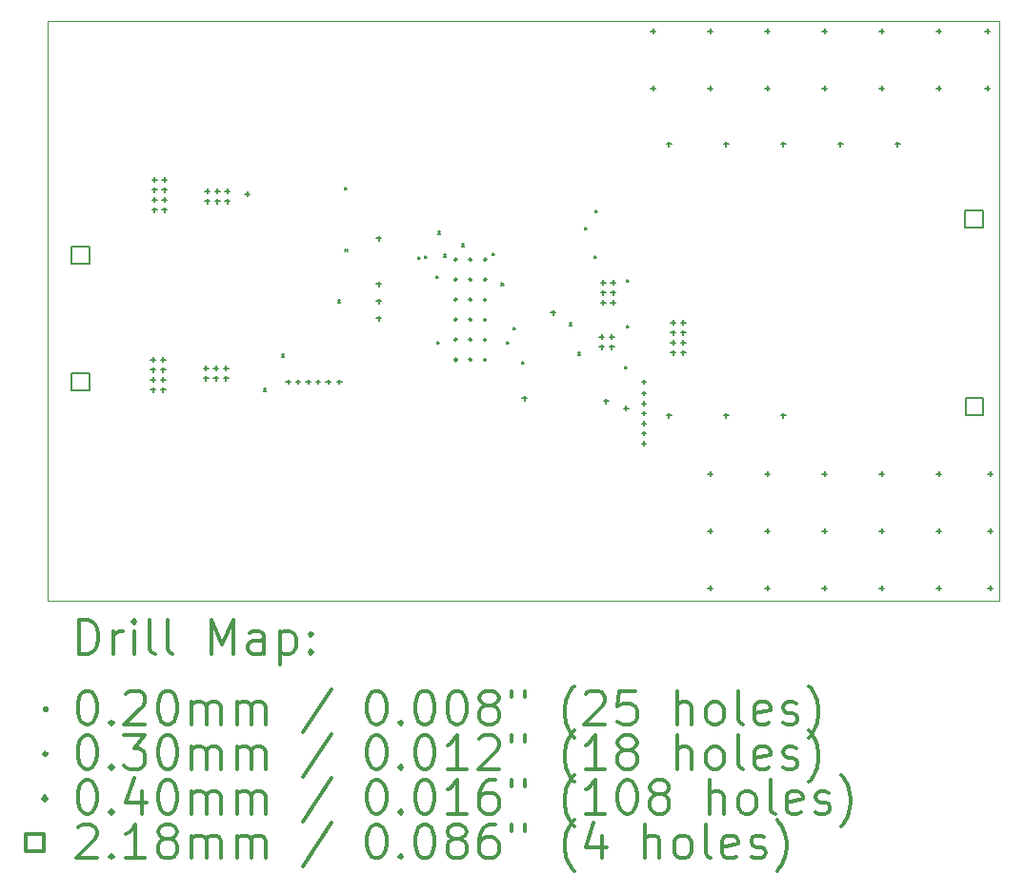
<source format=gbr>
%FSLAX45Y45*%
G04 Gerber Fmt 4.5, Leading zero omitted, Abs format (unit mm)*
G04 Created by KiCad (PCBNEW (5.1.6)-1) date 2021-10-31 23:30:28*
%MOMM*%
%LPD*%
G01*
G04 APERTURE LIST*
%TA.AperFunction,Profile*%
%ADD10C,0.050000*%
%TD*%
%ADD11C,0.200000*%
%ADD12C,0.300000*%
G04 APERTURE END LIST*
D10*
X9855200Y-12623800D02*
X9855200Y-9271000D01*
X18319750Y-12623800D02*
X9855200Y-12623800D01*
X18319750Y-7467600D02*
X18319750Y-12623800D01*
X9855200Y-7467600D02*
X18319750Y-7467600D01*
X9855200Y-9271000D02*
X9855200Y-7467600D01*
D11*
X11775600Y-10734200D02*
X11795600Y-10754200D01*
X11795600Y-10734200D02*
X11775600Y-10754200D01*
X11940700Y-10429400D02*
X11960700Y-10449400D01*
X11960700Y-10429400D02*
X11940700Y-10449400D01*
X12436000Y-9946800D02*
X12456000Y-9966800D01*
X12456000Y-9946800D02*
X12436000Y-9966800D01*
X12500100Y-8943500D02*
X12520100Y-8963500D01*
X12520100Y-8943500D02*
X12500100Y-8963500D01*
X12503400Y-9494400D02*
X12523400Y-9514400D01*
X12523400Y-9494400D02*
X12503400Y-9514400D01*
X13147770Y-9565230D02*
X13167770Y-9585230D01*
X13167770Y-9565230D02*
X13147770Y-9585230D01*
X13210700Y-9553100D02*
X13230700Y-9573100D01*
X13230700Y-9553100D02*
X13210700Y-9573100D01*
X13312300Y-9730900D02*
X13332300Y-9750900D01*
X13332300Y-9730900D02*
X13312300Y-9750900D01*
X13319400Y-10315500D02*
X13339400Y-10335500D01*
X13339400Y-10315500D02*
X13319400Y-10335500D01*
X13325000Y-9337200D02*
X13345000Y-9357200D01*
X13345000Y-9337200D02*
X13325000Y-9357200D01*
X13379756Y-9540750D02*
X13399756Y-9560750D01*
X13399756Y-9540750D02*
X13379756Y-9560750D01*
X13540900Y-9448050D02*
X13560900Y-9468050D01*
X13560900Y-9448050D02*
X13540900Y-9468050D01*
X13808526Y-9527134D02*
X13828526Y-9547134D01*
X13828526Y-9527134D02*
X13808526Y-9547134D01*
X13889400Y-9795500D02*
X13909400Y-9815500D01*
X13909400Y-9795500D02*
X13889400Y-9815500D01*
X13935750Y-10315100D02*
X13955750Y-10335100D01*
X13955750Y-10315100D02*
X13935750Y-10335100D01*
X13998985Y-10187215D02*
X14018985Y-10207215D01*
X14018985Y-10187215D02*
X13998985Y-10207215D01*
X14074300Y-10492000D02*
X14094300Y-10512000D01*
X14094300Y-10492000D02*
X14074300Y-10512000D01*
X14493400Y-10150000D02*
X14513400Y-10170000D01*
X14513400Y-10150000D02*
X14493400Y-10170000D01*
X14569600Y-10415300D02*
X14589600Y-10435300D01*
X14589600Y-10415300D02*
X14569600Y-10435300D01*
X14633100Y-9299100D02*
X14653100Y-9319100D01*
X14653100Y-9299100D02*
X14633100Y-9319100D01*
X14717700Y-9555850D02*
X14737700Y-9575850D01*
X14737700Y-9555850D02*
X14717700Y-9575850D01*
X14722000Y-9149450D02*
X14742000Y-9169450D01*
X14742000Y-9149450D02*
X14722000Y-9169450D01*
X14987300Y-10535950D02*
X15007300Y-10555950D01*
X15007300Y-10535950D02*
X14987300Y-10555950D01*
X15005700Y-9766250D02*
X15025700Y-9786250D01*
X15025700Y-9766250D02*
X15005700Y-9786250D01*
X15005700Y-10172650D02*
X15025700Y-10192650D01*
X15025700Y-10172650D02*
X15005700Y-10192650D01*
X13499400Y-9588000D02*
G75*
G03*
X13499400Y-9588000I-15000J0D01*
G01*
X13499400Y-9766000D02*
G75*
G03*
X13499400Y-9766000I-15000J0D01*
G01*
X13499400Y-9944000D02*
G75*
G03*
X13499400Y-9944000I-15000J0D01*
G01*
X13499400Y-10122000D02*
G75*
G03*
X13499400Y-10122000I-15000J0D01*
G01*
X13499400Y-10300000D02*
G75*
G03*
X13499400Y-10300000I-15000J0D01*
G01*
X13499400Y-10478000D02*
G75*
G03*
X13499400Y-10478000I-15000J0D01*
G01*
X13629400Y-9588000D02*
G75*
G03*
X13629400Y-9588000I-15000J0D01*
G01*
X13629400Y-9766000D02*
G75*
G03*
X13629400Y-9766000I-15000J0D01*
G01*
X13629400Y-9944000D02*
G75*
G03*
X13629400Y-9944000I-15000J0D01*
G01*
X13629400Y-10122000D02*
G75*
G03*
X13629400Y-10122000I-15000J0D01*
G01*
X13629400Y-10300000D02*
G75*
G03*
X13629400Y-10300000I-15000J0D01*
G01*
X13629400Y-10478000D02*
G75*
G03*
X13629400Y-10478000I-15000J0D01*
G01*
X13759400Y-9588000D02*
G75*
G03*
X13759400Y-9588000I-15000J0D01*
G01*
X13759400Y-9766000D02*
G75*
G03*
X13759400Y-9766000I-15000J0D01*
G01*
X13759400Y-9944000D02*
G75*
G03*
X13759400Y-9944000I-15000J0D01*
G01*
X13759400Y-10122000D02*
G75*
G03*
X13759400Y-10122000I-15000J0D01*
G01*
X13759400Y-10300000D02*
G75*
G03*
X13759400Y-10300000I-15000J0D01*
G01*
X13759400Y-10478000D02*
G75*
G03*
X13759400Y-10478000I-15000J0D01*
G01*
X10795000Y-10457500D02*
X10795000Y-10497500D01*
X10775000Y-10477500D02*
X10815000Y-10477500D01*
X10795000Y-10546400D02*
X10795000Y-10586400D01*
X10775000Y-10566400D02*
X10815000Y-10566400D01*
X10795000Y-10635300D02*
X10795000Y-10675300D01*
X10775000Y-10655300D02*
X10815000Y-10655300D01*
X10795000Y-10724200D02*
X10795000Y-10764200D01*
X10775000Y-10744200D02*
X10815000Y-10744200D01*
X10807700Y-8857300D02*
X10807700Y-8897300D01*
X10787700Y-8877300D02*
X10827700Y-8877300D01*
X10807700Y-8946200D02*
X10807700Y-8986200D01*
X10787700Y-8966200D02*
X10827700Y-8966200D01*
X10807700Y-9035100D02*
X10807700Y-9075100D01*
X10787700Y-9055100D02*
X10827700Y-9055100D01*
X10807700Y-9124000D02*
X10807700Y-9164000D01*
X10787700Y-9144000D02*
X10827700Y-9144000D01*
X10883900Y-10457500D02*
X10883900Y-10497500D01*
X10863900Y-10477500D02*
X10903900Y-10477500D01*
X10883900Y-10546400D02*
X10883900Y-10586400D01*
X10863900Y-10566400D02*
X10903900Y-10566400D01*
X10883900Y-10635300D02*
X10883900Y-10675300D01*
X10863900Y-10655300D02*
X10903900Y-10655300D01*
X10883900Y-10724200D02*
X10883900Y-10764200D01*
X10863900Y-10744200D02*
X10903900Y-10744200D01*
X10896600Y-8857300D02*
X10896600Y-8897300D01*
X10876600Y-8877300D02*
X10916600Y-8877300D01*
X10896600Y-8946200D02*
X10896600Y-8986200D01*
X10876600Y-8966200D02*
X10916600Y-8966200D01*
X10896600Y-9035100D02*
X10896600Y-9075100D01*
X10876600Y-9055100D02*
X10916600Y-9055100D01*
X10896600Y-9124000D02*
X10896600Y-9164000D01*
X10876600Y-9144000D02*
X10916600Y-9144000D01*
X11264900Y-10533700D02*
X11264900Y-10573700D01*
X11244900Y-10553700D02*
X11284900Y-10553700D01*
X11264900Y-10622600D02*
X11264900Y-10662600D01*
X11244900Y-10642600D02*
X11284900Y-10642600D01*
X11277600Y-8958900D02*
X11277600Y-8998900D01*
X11257600Y-8978900D02*
X11297600Y-8978900D01*
X11277600Y-9047800D02*
X11277600Y-9087800D01*
X11257600Y-9067800D02*
X11297600Y-9067800D01*
X11353800Y-10533700D02*
X11353800Y-10573700D01*
X11333800Y-10553700D02*
X11373800Y-10553700D01*
X11353800Y-10622600D02*
X11353800Y-10662600D01*
X11333800Y-10642600D02*
X11373800Y-10642600D01*
X11366500Y-8958900D02*
X11366500Y-8998900D01*
X11346500Y-8978900D02*
X11386500Y-8978900D01*
X11366500Y-9047800D02*
X11366500Y-9087800D01*
X11346500Y-9067800D02*
X11386500Y-9067800D01*
X11442700Y-10533700D02*
X11442700Y-10573700D01*
X11422700Y-10553700D02*
X11462700Y-10553700D01*
X11442700Y-10622600D02*
X11442700Y-10662600D01*
X11422700Y-10642600D02*
X11462700Y-10642600D01*
X11455400Y-8958900D02*
X11455400Y-8998900D01*
X11435400Y-8978900D02*
X11475400Y-8978900D01*
X11455400Y-9047800D02*
X11455400Y-9087800D01*
X11435400Y-9067800D02*
X11475400Y-9067800D01*
X11633200Y-8984300D02*
X11633200Y-9024300D01*
X11613200Y-9004300D02*
X11653200Y-9004300D01*
X11995750Y-10653450D02*
X11995750Y-10693450D01*
X11975750Y-10673450D02*
X12015750Y-10673450D01*
X12084950Y-10653450D02*
X12084950Y-10693450D01*
X12064950Y-10673450D02*
X12104950Y-10673450D01*
X12173850Y-10653450D02*
X12173850Y-10693450D01*
X12153850Y-10673450D02*
X12193850Y-10673450D01*
X12262750Y-10653450D02*
X12262750Y-10693450D01*
X12242750Y-10673450D02*
X12282750Y-10673450D01*
X12351650Y-10653450D02*
X12351650Y-10693450D01*
X12331650Y-10673450D02*
X12371650Y-10673450D01*
X12451750Y-10653450D02*
X12451750Y-10693450D01*
X12431750Y-10673450D02*
X12471750Y-10673450D01*
X12801600Y-9378000D02*
X12801600Y-9418000D01*
X12781600Y-9398000D02*
X12821600Y-9398000D01*
X12801600Y-9784400D02*
X12801600Y-9824400D01*
X12781600Y-9804400D02*
X12821600Y-9804400D01*
X12801600Y-9936800D02*
X12801600Y-9976800D01*
X12781600Y-9956800D02*
X12821600Y-9956800D01*
X12801600Y-10089200D02*
X12801600Y-10129200D01*
X12781600Y-10109200D02*
X12821600Y-10109200D01*
X14097000Y-10800950D02*
X14097000Y-10840950D01*
X14077000Y-10820950D02*
X14117000Y-10820950D01*
X14351000Y-10038400D02*
X14351000Y-10078400D01*
X14331000Y-10058400D02*
X14371000Y-10058400D01*
X14782800Y-10254300D02*
X14782800Y-10294300D01*
X14762800Y-10274300D02*
X14802800Y-10274300D01*
X14782800Y-10343200D02*
X14782800Y-10383200D01*
X14762800Y-10363200D02*
X14802800Y-10363200D01*
X14795500Y-9771700D02*
X14795500Y-9811700D01*
X14775500Y-9791700D02*
X14815500Y-9791700D01*
X14795500Y-9860600D02*
X14795500Y-9900600D01*
X14775500Y-9880600D02*
X14815500Y-9880600D01*
X14795500Y-9949500D02*
X14795500Y-9989500D01*
X14775500Y-9969500D02*
X14815500Y-9969500D01*
X14820900Y-10825800D02*
X14820900Y-10865800D01*
X14800900Y-10845800D02*
X14840900Y-10845800D01*
X14871700Y-10254300D02*
X14871700Y-10294300D01*
X14851700Y-10274300D02*
X14891700Y-10274300D01*
X14871700Y-10343200D02*
X14871700Y-10383200D01*
X14851700Y-10363200D02*
X14891700Y-10363200D01*
X14884400Y-9771700D02*
X14884400Y-9811700D01*
X14864400Y-9791700D02*
X14904400Y-9791700D01*
X14884400Y-9860600D02*
X14884400Y-9900600D01*
X14864400Y-9880600D02*
X14904400Y-9880600D01*
X14884400Y-9949500D02*
X14884400Y-9989500D01*
X14864400Y-9969500D02*
X14904400Y-9969500D01*
X14998700Y-10889300D02*
X14998700Y-10929300D01*
X14978700Y-10909300D02*
X15018700Y-10909300D01*
X15157301Y-10654499D02*
X15157301Y-10694499D01*
X15137301Y-10674499D02*
X15177301Y-10674499D01*
X15157301Y-10756099D02*
X15157301Y-10796099D01*
X15137301Y-10776099D02*
X15177301Y-10776099D01*
X15157301Y-10844999D02*
X15157301Y-10884999D01*
X15137301Y-10864999D02*
X15177301Y-10864999D01*
X15157301Y-10933899D02*
X15157301Y-10973899D01*
X15137301Y-10953899D02*
X15177301Y-10953899D01*
X15157301Y-11022799D02*
X15157301Y-11062799D01*
X15137301Y-11042799D02*
X15177301Y-11042799D01*
X15157301Y-11111699D02*
X15157301Y-11151699D01*
X15137301Y-11131699D02*
X15177301Y-11131699D01*
X15157301Y-11200599D02*
X15157301Y-11240599D01*
X15137301Y-11220599D02*
X15177301Y-11220599D01*
X15240000Y-7536500D02*
X15240000Y-7576500D01*
X15220000Y-7556500D02*
X15260000Y-7556500D01*
X15240000Y-8044500D02*
X15240000Y-8084500D01*
X15220000Y-8064500D02*
X15260000Y-8064500D01*
X15379700Y-8539800D02*
X15379700Y-8579800D01*
X15359700Y-8559800D02*
X15399700Y-8559800D01*
X15379700Y-10952800D02*
X15379700Y-10992800D01*
X15359700Y-10972800D02*
X15399700Y-10972800D01*
X15417800Y-10127300D02*
X15417800Y-10167300D01*
X15397800Y-10147300D02*
X15437800Y-10147300D01*
X15417800Y-10216200D02*
X15417800Y-10256200D01*
X15397800Y-10236200D02*
X15437800Y-10236200D01*
X15417800Y-10305100D02*
X15417800Y-10345100D01*
X15397800Y-10325100D02*
X15437800Y-10325100D01*
X15417800Y-10394000D02*
X15417800Y-10434000D01*
X15397800Y-10414000D02*
X15437800Y-10414000D01*
X15506700Y-10127300D02*
X15506700Y-10167300D01*
X15486700Y-10147300D02*
X15526700Y-10147300D01*
X15506700Y-10216200D02*
X15506700Y-10256200D01*
X15486700Y-10236200D02*
X15526700Y-10236200D01*
X15506700Y-10305100D02*
X15506700Y-10345100D01*
X15486700Y-10325100D02*
X15526700Y-10325100D01*
X15506700Y-10394000D02*
X15506700Y-10434000D01*
X15486700Y-10414000D02*
X15526700Y-10414000D01*
X15748000Y-7536500D02*
X15748000Y-7576500D01*
X15728000Y-7556500D02*
X15768000Y-7556500D01*
X15748000Y-8044500D02*
X15748000Y-8084500D01*
X15728000Y-8064500D02*
X15768000Y-8064500D01*
X15748000Y-11473500D02*
X15748000Y-11513500D01*
X15728000Y-11493500D02*
X15768000Y-11493500D01*
X15748000Y-11981500D02*
X15748000Y-12021500D01*
X15728000Y-12001500D02*
X15768000Y-12001500D01*
X15748000Y-12489500D02*
X15748000Y-12529500D01*
X15728000Y-12509500D02*
X15768000Y-12509500D01*
X15887700Y-8539800D02*
X15887700Y-8579800D01*
X15867700Y-8559800D02*
X15907700Y-8559800D01*
X15887700Y-10952800D02*
X15887700Y-10992800D01*
X15867700Y-10972800D02*
X15907700Y-10972800D01*
X16256000Y-7536500D02*
X16256000Y-7576500D01*
X16236000Y-7556500D02*
X16276000Y-7556500D01*
X16256000Y-8044500D02*
X16256000Y-8084500D01*
X16236000Y-8064500D02*
X16276000Y-8064500D01*
X16256000Y-11473500D02*
X16256000Y-11513500D01*
X16236000Y-11493500D02*
X16276000Y-11493500D01*
X16256000Y-11981500D02*
X16256000Y-12021500D01*
X16236000Y-12001500D02*
X16276000Y-12001500D01*
X16256000Y-12489500D02*
X16256000Y-12529500D01*
X16236000Y-12509500D02*
X16276000Y-12509500D01*
X16395700Y-8539800D02*
X16395700Y-8579800D01*
X16375700Y-8559800D02*
X16415700Y-8559800D01*
X16395700Y-10952800D02*
X16395700Y-10992800D01*
X16375700Y-10972800D02*
X16415700Y-10972800D01*
X16764000Y-7536500D02*
X16764000Y-7576500D01*
X16744000Y-7556500D02*
X16784000Y-7556500D01*
X16764000Y-8044500D02*
X16764000Y-8084500D01*
X16744000Y-8064500D02*
X16784000Y-8064500D01*
X16764000Y-11473500D02*
X16764000Y-11513500D01*
X16744000Y-11493500D02*
X16784000Y-11493500D01*
X16764000Y-11981500D02*
X16764000Y-12021500D01*
X16744000Y-12001500D02*
X16784000Y-12001500D01*
X16764000Y-12489500D02*
X16764000Y-12529500D01*
X16744000Y-12509500D02*
X16784000Y-12509500D01*
X16903700Y-8539800D02*
X16903700Y-8579800D01*
X16883700Y-8559800D02*
X16923700Y-8559800D01*
X17272000Y-7536500D02*
X17272000Y-7576500D01*
X17252000Y-7556500D02*
X17292000Y-7556500D01*
X17272000Y-8044500D02*
X17272000Y-8084500D01*
X17252000Y-8064500D02*
X17292000Y-8064500D01*
X17272000Y-11473500D02*
X17272000Y-11513500D01*
X17252000Y-11493500D02*
X17292000Y-11493500D01*
X17272000Y-11981500D02*
X17272000Y-12021500D01*
X17252000Y-12001500D02*
X17292000Y-12001500D01*
X17272000Y-12489500D02*
X17272000Y-12529500D01*
X17252000Y-12509500D02*
X17292000Y-12509500D01*
X17411700Y-8539800D02*
X17411700Y-8579800D01*
X17391700Y-8559800D02*
X17431700Y-8559800D01*
X17780000Y-7536500D02*
X17780000Y-7576500D01*
X17760000Y-7556500D02*
X17800000Y-7556500D01*
X17780000Y-8044500D02*
X17780000Y-8084500D01*
X17760000Y-8064500D02*
X17800000Y-8064500D01*
X17780000Y-11473500D02*
X17780000Y-11513500D01*
X17760000Y-11493500D02*
X17800000Y-11493500D01*
X17780000Y-11981500D02*
X17780000Y-12021500D01*
X17760000Y-12001500D02*
X17800000Y-12001500D01*
X17780000Y-12489500D02*
X17780000Y-12529500D01*
X17760000Y-12509500D02*
X17800000Y-12509500D01*
X18211800Y-7536500D02*
X18211800Y-7576500D01*
X18191800Y-7556500D02*
X18231800Y-7556500D01*
X18211800Y-8044500D02*
X18211800Y-8084500D01*
X18191800Y-8064500D02*
X18231800Y-8064500D01*
X18237200Y-11473500D02*
X18237200Y-11513500D01*
X18217200Y-11493500D02*
X18257200Y-11493500D01*
X18237200Y-11981500D02*
X18237200Y-12021500D01*
X18217200Y-12001500D02*
X18257200Y-12001500D01*
X18237200Y-12489500D02*
X18237200Y-12529500D01*
X18217200Y-12509500D02*
X18257200Y-12509500D01*
X18174731Y-10973831D02*
X18174731Y-10819369D01*
X18020269Y-10819369D01*
X18020269Y-10973831D01*
X18174731Y-10973831D01*
X18168381Y-9303781D02*
X18168381Y-9149319D01*
X18013919Y-9149319D01*
X18013919Y-9303781D01*
X18168381Y-9303781D01*
X10227071Y-10750631D02*
X10227071Y-10596169D01*
X10072609Y-10596169D01*
X10072609Y-10750631D01*
X10227071Y-10750631D01*
X10227071Y-9627631D02*
X10227071Y-9473169D01*
X10072609Y-9473169D01*
X10072609Y-9627631D01*
X10227071Y-9627631D01*
D12*
X10139128Y-13092014D02*
X10139128Y-12792014D01*
X10210557Y-12792014D01*
X10253414Y-12806300D01*
X10281986Y-12834871D01*
X10296271Y-12863443D01*
X10310557Y-12920586D01*
X10310557Y-12963443D01*
X10296271Y-13020586D01*
X10281986Y-13049157D01*
X10253414Y-13077729D01*
X10210557Y-13092014D01*
X10139128Y-13092014D01*
X10439128Y-13092014D02*
X10439128Y-12892014D01*
X10439128Y-12949157D02*
X10453414Y-12920586D01*
X10467700Y-12906300D01*
X10496271Y-12892014D01*
X10524843Y-12892014D01*
X10624843Y-13092014D02*
X10624843Y-12892014D01*
X10624843Y-12792014D02*
X10610557Y-12806300D01*
X10624843Y-12820586D01*
X10639128Y-12806300D01*
X10624843Y-12792014D01*
X10624843Y-12820586D01*
X10810557Y-13092014D02*
X10781986Y-13077729D01*
X10767700Y-13049157D01*
X10767700Y-12792014D01*
X10967700Y-13092014D02*
X10939128Y-13077729D01*
X10924843Y-13049157D01*
X10924843Y-12792014D01*
X11310557Y-13092014D02*
X11310557Y-12792014D01*
X11410557Y-13006300D01*
X11510557Y-12792014D01*
X11510557Y-13092014D01*
X11781986Y-13092014D02*
X11781986Y-12934871D01*
X11767700Y-12906300D01*
X11739128Y-12892014D01*
X11681986Y-12892014D01*
X11653414Y-12906300D01*
X11781986Y-13077729D02*
X11753414Y-13092014D01*
X11681986Y-13092014D01*
X11653414Y-13077729D01*
X11639128Y-13049157D01*
X11639128Y-13020586D01*
X11653414Y-12992014D01*
X11681986Y-12977729D01*
X11753414Y-12977729D01*
X11781986Y-12963443D01*
X11924843Y-12892014D02*
X11924843Y-13192014D01*
X11924843Y-12906300D02*
X11953414Y-12892014D01*
X12010557Y-12892014D01*
X12039128Y-12906300D01*
X12053414Y-12920586D01*
X12067700Y-12949157D01*
X12067700Y-13034871D01*
X12053414Y-13063443D01*
X12039128Y-13077729D01*
X12010557Y-13092014D01*
X11953414Y-13092014D01*
X11924843Y-13077729D01*
X12196271Y-13063443D02*
X12210557Y-13077729D01*
X12196271Y-13092014D01*
X12181986Y-13077729D01*
X12196271Y-13063443D01*
X12196271Y-13092014D01*
X12196271Y-12906300D02*
X12210557Y-12920586D01*
X12196271Y-12934871D01*
X12181986Y-12920586D01*
X12196271Y-12906300D01*
X12196271Y-12934871D01*
X9832700Y-13576300D02*
X9852700Y-13596300D01*
X9852700Y-13576300D02*
X9832700Y-13596300D01*
X10196271Y-13422014D02*
X10224843Y-13422014D01*
X10253414Y-13436300D01*
X10267700Y-13450586D01*
X10281986Y-13479157D01*
X10296271Y-13536300D01*
X10296271Y-13607729D01*
X10281986Y-13664871D01*
X10267700Y-13693443D01*
X10253414Y-13707729D01*
X10224843Y-13722014D01*
X10196271Y-13722014D01*
X10167700Y-13707729D01*
X10153414Y-13693443D01*
X10139128Y-13664871D01*
X10124843Y-13607729D01*
X10124843Y-13536300D01*
X10139128Y-13479157D01*
X10153414Y-13450586D01*
X10167700Y-13436300D01*
X10196271Y-13422014D01*
X10424843Y-13693443D02*
X10439128Y-13707729D01*
X10424843Y-13722014D01*
X10410557Y-13707729D01*
X10424843Y-13693443D01*
X10424843Y-13722014D01*
X10553414Y-13450586D02*
X10567700Y-13436300D01*
X10596271Y-13422014D01*
X10667700Y-13422014D01*
X10696271Y-13436300D01*
X10710557Y-13450586D01*
X10724843Y-13479157D01*
X10724843Y-13507729D01*
X10710557Y-13550586D01*
X10539128Y-13722014D01*
X10724843Y-13722014D01*
X10910557Y-13422014D02*
X10939128Y-13422014D01*
X10967700Y-13436300D01*
X10981986Y-13450586D01*
X10996271Y-13479157D01*
X11010557Y-13536300D01*
X11010557Y-13607729D01*
X10996271Y-13664871D01*
X10981986Y-13693443D01*
X10967700Y-13707729D01*
X10939128Y-13722014D01*
X10910557Y-13722014D01*
X10881986Y-13707729D01*
X10867700Y-13693443D01*
X10853414Y-13664871D01*
X10839128Y-13607729D01*
X10839128Y-13536300D01*
X10853414Y-13479157D01*
X10867700Y-13450586D01*
X10881986Y-13436300D01*
X10910557Y-13422014D01*
X11139128Y-13722014D02*
X11139128Y-13522014D01*
X11139128Y-13550586D02*
X11153414Y-13536300D01*
X11181986Y-13522014D01*
X11224843Y-13522014D01*
X11253414Y-13536300D01*
X11267700Y-13564871D01*
X11267700Y-13722014D01*
X11267700Y-13564871D02*
X11281986Y-13536300D01*
X11310557Y-13522014D01*
X11353414Y-13522014D01*
X11381986Y-13536300D01*
X11396271Y-13564871D01*
X11396271Y-13722014D01*
X11539128Y-13722014D02*
X11539128Y-13522014D01*
X11539128Y-13550586D02*
X11553414Y-13536300D01*
X11581986Y-13522014D01*
X11624843Y-13522014D01*
X11653414Y-13536300D01*
X11667700Y-13564871D01*
X11667700Y-13722014D01*
X11667700Y-13564871D02*
X11681986Y-13536300D01*
X11710557Y-13522014D01*
X11753414Y-13522014D01*
X11781986Y-13536300D01*
X11796271Y-13564871D01*
X11796271Y-13722014D01*
X12381986Y-13407729D02*
X12124843Y-13793443D01*
X12767700Y-13422014D02*
X12796271Y-13422014D01*
X12824843Y-13436300D01*
X12839128Y-13450586D01*
X12853414Y-13479157D01*
X12867700Y-13536300D01*
X12867700Y-13607729D01*
X12853414Y-13664871D01*
X12839128Y-13693443D01*
X12824843Y-13707729D01*
X12796271Y-13722014D01*
X12767700Y-13722014D01*
X12739128Y-13707729D01*
X12724843Y-13693443D01*
X12710557Y-13664871D01*
X12696271Y-13607729D01*
X12696271Y-13536300D01*
X12710557Y-13479157D01*
X12724843Y-13450586D01*
X12739128Y-13436300D01*
X12767700Y-13422014D01*
X12996271Y-13693443D02*
X13010557Y-13707729D01*
X12996271Y-13722014D01*
X12981986Y-13707729D01*
X12996271Y-13693443D01*
X12996271Y-13722014D01*
X13196271Y-13422014D02*
X13224843Y-13422014D01*
X13253414Y-13436300D01*
X13267700Y-13450586D01*
X13281986Y-13479157D01*
X13296271Y-13536300D01*
X13296271Y-13607729D01*
X13281986Y-13664871D01*
X13267700Y-13693443D01*
X13253414Y-13707729D01*
X13224843Y-13722014D01*
X13196271Y-13722014D01*
X13167700Y-13707729D01*
X13153414Y-13693443D01*
X13139128Y-13664871D01*
X13124843Y-13607729D01*
X13124843Y-13536300D01*
X13139128Y-13479157D01*
X13153414Y-13450586D01*
X13167700Y-13436300D01*
X13196271Y-13422014D01*
X13481986Y-13422014D02*
X13510557Y-13422014D01*
X13539128Y-13436300D01*
X13553414Y-13450586D01*
X13567700Y-13479157D01*
X13581986Y-13536300D01*
X13581986Y-13607729D01*
X13567700Y-13664871D01*
X13553414Y-13693443D01*
X13539128Y-13707729D01*
X13510557Y-13722014D01*
X13481986Y-13722014D01*
X13453414Y-13707729D01*
X13439128Y-13693443D01*
X13424843Y-13664871D01*
X13410557Y-13607729D01*
X13410557Y-13536300D01*
X13424843Y-13479157D01*
X13439128Y-13450586D01*
X13453414Y-13436300D01*
X13481986Y-13422014D01*
X13753414Y-13550586D02*
X13724843Y-13536300D01*
X13710557Y-13522014D01*
X13696271Y-13493443D01*
X13696271Y-13479157D01*
X13710557Y-13450586D01*
X13724843Y-13436300D01*
X13753414Y-13422014D01*
X13810557Y-13422014D01*
X13839128Y-13436300D01*
X13853414Y-13450586D01*
X13867700Y-13479157D01*
X13867700Y-13493443D01*
X13853414Y-13522014D01*
X13839128Y-13536300D01*
X13810557Y-13550586D01*
X13753414Y-13550586D01*
X13724843Y-13564871D01*
X13710557Y-13579157D01*
X13696271Y-13607729D01*
X13696271Y-13664871D01*
X13710557Y-13693443D01*
X13724843Y-13707729D01*
X13753414Y-13722014D01*
X13810557Y-13722014D01*
X13839128Y-13707729D01*
X13853414Y-13693443D01*
X13867700Y-13664871D01*
X13867700Y-13607729D01*
X13853414Y-13579157D01*
X13839128Y-13564871D01*
X13810557Y-13550586D01*
X13981986Y-13422014D02*
X13981986Y-13479157D01*
X14096271Y-13422014D02*
X14096271Y-13479157D01*
X14539128Y-13836300D02*
X14524843Y-13822014D01*
X14496271Y-13779157D01*
X14481986Y-13750586D01*
X14467700Y-13707729D01*
X14453414Y-13636300D01*
X14453414Y-13579157D01*
X14467700Y-13507729D01*
X14481986Y-13464871D01*
X14496271Y-13436300D01*
X14524843Y-13393443D01*
X14539128Y-13379157D01*
X14639128Y-13450586D02*
X14653414Y-13436300D01*
X14681986Y-13422014D01*
X14753414Y-13422014D01*
X14781986Y-13436300D01*
X14796271Y-13450586D01*
X14810557Y-13479157D01*
X14810557Y-13507729D01*
X14796271Y-13550586D01*
X14624843Y-13722014D01*
X14810557Y-13722014D01*
X15081986Y-13422014D02*
X14939128Y-13422014D01*
X14924843Y-13564871D01*
X14939128Y-13550586D01*
X14967700Y-13536300D01*
X15039128Y-13536300D01*
X15067700Y-13550586D01*
X15081986Y-13564871D01*
X15096271Y-13593443D01*
X15096271Y-13664871D01*
X15081986Y-13693443D01*
X15067700Y-13707729D01*
X15039128Y-13722014D01*
X14967700Y-13722014D01*
X14939128Y-13707729D01*
X14924843Y-13693443D01*
X15453414Y-13722014D02*
X15453414Y-13422014D01*
X15581986Y-13722014D02*
X15581986Y-13564871D01*
X15567700Y-13536300D01*
X15539128Y-13522014D01*
X15496271Y-13522014D01*
X15467700Y-13536300D01*
X15453414Y-13550586D01*
X15767700Y-13722014D02*
X15739128Y-13707729D01*
X15724843Y-13693443D01*
X15710557Y-13664871D01*
X15710557Y-13579157D01*
X15724843Y-13550586D01*
X15739128Y-13536300D01*
X15767700Y-13522014D01*
X15810557Y-13522014D01*
X15839128Y-13536300D01*
X15853414Y-13550586D01*
X15867700Y-13579157D01*
X15867700Y-13664871D01*
X15853414Y-13693443D01*
X15839128Y-13707729D01*
X15810557Y-13722014D01*
X15767700Y-13722014D01*
X16039128Y-13722014D02*
X16010557Y-13707729D01*
X15996271Y-13679157D01*
X15996271Y-13422014D01*
X16267700Y-13707729D02*
X16239128Y-13722014D01*
X16181986Y-13722014D01*
X16153414Y-13707729D01*
X16139128Y-13679157D01*
X16139128Y-13564871D01*
X16153414Y-13536300D01*
X16181986Y-13522014D01*
X16239128Y-13522014D01*
X16267700Y-13536300D01*
X16281986Y-13564871D01*
X16281986Y-13593443D01*
X16139128Y-13622014D01*
X16396271Y-13707729D02*
X16424843Y-13722014D01*
X16481986Y-13722014D01*
X16510557Y-13707729D01*
X16524843Y-13679157D01*
X16524843Y-13664871D01*
X16510557Y-13636300D01*
X16481986Y-13622014D01*
X16439128Y-13622014D01*
X16410557Y-13607729D01*
X16396271Y-13579157D01*
X16396271Y-13564871D01*
X16410557Y-13536300D01*
X16439128Y-13522014D01*
X16481986Y-13522014D01*
X16510557Y-13536300D01*
X16624843Y-13836300D02*
X16639128Y-13822014D01*
X16667700Y-13779157D01*
X16681986Y-13750586D01*
X16696271Y-13707729D01*
X16710557Y-13636300D01*
X16710557Y-13579157D01*
X16696271Y-13507729D01*
X16681986Y-13464871D01*
X16667700Y-13436300D01*
X16639128Y-13393443D01*
X16624843Y-13379157D01*
X9852700Y-13982300D02*
G75*
G03*
X9852700Y-13982300I-15000J0D01*
G01*
X10196271Y-13818014D02*
X10224843Y-13818014D01*
X10253414Y-13832300D01*
X10267700Y-13846586D01*
X10281986Y-13875157D01*
X10296271Y-13932300D01*
X10296271Y-14003729D01*
X10281986Y-14060871D01*
X10267700Y-14089443D01*
X10253414Y-14103729D01*
X10224843Y-14118014D01*
X10196271Y-14118014D01*
X10167700Y-14103729D01*
X10153414Y-14089443D01*
X10139128Y-14060871D01*
X10124843Y-14003729D01*
X10124843Y-13932300D01*
X10139128Y-13875157D01*
X10153414Y-13846586D01*
X10167700Y-13832300D01*
X10196271Y-13818014D01*
X10424843Y-14089443D02*
X10439128Y-14103729D01*
X10424843Y-14118014D01*
X10410557Y-14103729D01*
X10424843Y-14089443D01*
X10424843Y-14118014D01*
X10539128Y-13818014D02*
X10724843Y-13818014D01*
X10624843Y-13932300D01*
X10667700Y-13932300D01*
X10696271Y-13946586D01*
X10710557Y-13960871D01*
X10724843Y-13989443D01*
X10724843Y-14060871D01*
X10710557Y-14089443D01*
X10696271Y-14103729D01*
X10667700Y-14118014D01*
X10581986Y-14118014D01*
X10553414Y-14103729D01*
X10539128Y-14089443D01*
X10910557Y-13818014D02*
X10939128Y-13818014D01*
X10967700Y-13832300D01*
X10981986Y-13846586D01*
X10996271Y-13875157D01*
X11010557Y-13932300D01*
X11010557Y-14003729D01*
X10996271Y-14060871D01*
X10981986Y-14089443D01*
X10967700Y-14103729D01*
X10939128Y-14118014D01*
X10910557Y-14118014D01*
X10881986Y-14103729D01*
X10867700Y-14089443D01*
X10853414Y-14060871D01*
X10839128Y-14003729D01*
X10839128Y-13932300D01*
X10853414Y-13875157D01*
X10867700Y-13846586D01*
X10881986Y-13832300D01*
X10910557Y-13818014D01*
X11139128Y-14118014D02*
X11139128Y-13918014D01*
X11139128Y-13946586D02*
X11153414Y-13932300D01*
X11181986Y-13918014D01*
X11224843Y-13918014D01*
X11253414Y-13932300D01*
X11267700Y-13960871D01*
X11267700Y-14118014D01*
X11267700Y-13960871D02*
X11281986Y-13932300D01*
X11310557Y-13918014D01*
X11353414Y-13918014D01*
X11381986Y-13932300D01*
X11396271Y-13960871D01*
X11396271Y-14118014D01*
X11539128Y-14118014D02*
X11539128Y-13918014D01*
X11539128Y-13946586D02*
X11553414Y-13932300D01*
X11581986Y-13918014D01*
X11624843Y-13918014D01*
X11653414Y-13932300D01*
X11667700Y-13960871D01*
X11667700Y-14118014D01*
X11667700Y-13960871D02*
X11681986Y-13932300D01*
X11710557Y-13918014D01*
X11753414Y-13918014D01*
X11781986Y-13932300D01*
X11796271Y-13960871D01*
X11796271Y-14118014D01*
X12381986Y-13803729D02*
X12124843Y-14189443D01*
X12767700Y-13818014D02*
X12796271Y-13818014D01*
X12824843Y-13832300D01*
X12839128Y-13846586D01*
X12853414Y-13875157D01*
X12867700Y-13932300D01*
X12867700Y-14003729D01*
X12853414Y-14060871D01*
X12839128Y-14089443D01*
X12824843Y-14103729D01*
X12796271Y-14118014D01*
X12767700Y-14118014D01*
X12739128Y-14103729D01*
X12724843Y-14089443D01*
X12710557Y-14060871D01*
X12696271Y-14003729D01*
X12696271Y-13932300D01*
X12710557Y-13875157D01*
X12724843Y-13846586D01*
X12739128Y-13832300D01*
X12767700Y-13818014D01*
X12996271Y-14089443D02*
X13010557Y-14103729D01*
X12996271Y-14118014D01*
X12981986Y-14103729D01*
X12996271Y-14089443D01*
X12996271Y-14118014D01*
X13196271Y-13818014D02*
X13224843Y-13818014D01*
X13253414Y-13832300D01*
X13267700Y-13846586D01*
X13281986Y-13875157D01*
X13296271Y-13932300D01*
X13296271Y-14003729D01*
X13281986Y-14060871D01*
X13267700Y-14089443D01*
X13253414Y-14103729D01*
X13224843Y-14118014D01*
X13196271Y-14118014D01*
X13167700Y-14103729D01*
X13153414Y-14089443D01*
X13139128Y-14060871D01*
X13124843Y-14003729D01*
X13124843Y-13932300D01*
X13139128Y-13875157D01*
X13153414Y-13846586D01*
X13167700Y-13832300D01*
X13196271Y-13818014D01*
X13581986Y-14118014D02*
X13410557Y-14118014D01*
X13496271Y-14118014D02*
X13496271Y-13818014D01*
X13467700Y-13860871D01*
X13439128Y-13889443D01*
X13410557Y-13903729D01*
X13696271Y-13846586D02*
X13710557Y-13832300D01*
X13739128Y-13818014D01*
X13810557Y-13818014D01*
X13839128Y-13832300D01*
X13853414Y-13846586D01*
X13867700Y-13875157D01*
X13867700Y-13903729D01*
X13853414Y-13946586D01*
X13681986Y-14118014D01*
X13867700Y-14118014D01*
X13981986Y-13818014D02*
X13981986Y-13875157D01*
X14096271Y-13818014D02*
X14096271Y-13875157D01*
X14539128Y-14232300D02*
X14524843Y-14218014D01*
X14496271Y-14175157D01*
X14481986Y-14146586D01*
X14467700Y-14103729D01*
X14453414Y-14032300D01*
X14453414Y-13975157D01*
X14467700Y-13903729D01*
X14481986Y-13860871D01*
X14496271Y-13832300D01*
X14524843Y-13789443D01*
X14539128Y-13775157D01*
X14810557Y-14118014D02*
X14639128Y-14118014D01*
X14724843Y-14118014D02*
X14724843Y-13818014D01*
X14696271Y-13860871D01*
X14667700Y-13889443D01*
X14639128Y-13903729D01*
X14981986Y-13946586D02*
X14953414Y-13932300D01*
X14939128Y-13918014D01*
X14924843Y-13889443D01*
X14924843Y-13875157D01*
X14939128Y-13846586D01*
X14953414Y-13832300D01*
X14981986Y-13818014D01*
X15039128Y-13818014D01*
X15067700Y-13832300D01*
X15081986Y-13846586D01*
X15096271Y-13875157D01*
X15096271Y-13889443D01*
X15081986Y-13918014D01*
X15067700Y-13932300D01*
X15039128Y-13946586D01*
X14981986Y-13946586D01*
X14953414Y-13960871D01*
X14939128Y-13975157D01*
X14924843Y-14003729D01*
X14924843Y-14060871D01*
X14939128Y-14089443D01*
X14953414Y-14103729D01*
X14981986Y-14118014D01*
X15039128Y-14118014D01*
X15067700Y-14103729D01*
X15081986Y-14089443D01*
X15096271Y-14060871D01*
X15096271Y-14003729D01*
X15081986Y-13975157D01*
X15067700Y-13960871D01*
X15039128Y-13946586D01*
X15453414Y-14118014D02*
X15453414Y-13818014D01*
X15581986Y-14118014D02*
X15581986Y-13960871D01*
X15567700Y-13932300D01*
X15539128Y-13918014D01*
X15496271Y-13918014D01*
X15467700Y-13932300D01*
X15453414Y-13946586D01*
X15767700Y-14118014D02*
X15739128Y-14103729D01*
X15724843Y-14089443D01*
X15710557Y-14060871D01*
X15710557Y-13975157D01*
X15724843Y-13946586D01*
X15739128Y-13932300D01*
X15767700Y-13918014D01*
X15810557Y-13918014D01*
X15839128Y-13932300D01*
X15853414Y-13946586D01*
X15867700Y-13975157D01*
X15867700Y-14060871D01*
X15853414Y-14089443D01*
X15839128Y-14103729D01*
X15810557Y-14118014D01*
X15767700Y-14118014D01*
X16039128Y-14118014D02*
X16010557Y-14103729D01*
X15996271Y-14075157D01*
X15996271Y-13818014D01*
X16267700Y-14103729D02*
X16239128Y-14118014D01*
X16181986Y-14118014D01*
X16153414Y-14103729D01*
X16139128Y-14075157D01*
X16139128Y-13960871D01*
X16153414Y-13932300D01*
X16181986Y-13918014D01*
X16239128Y-13918014D01*
X16267700Y-13932300D01*
X16281986Y-13960871D01*
X16281986Y-13989443D01*
X16139128Y-14018014D01*
X16396271Y-14103729D02*
X16424843Y-14118014D01*
X16481986Y-14118014D01*
X16510557Y-14103729D01*
X16524843Y-14075157D01*
X16524843Y-14060871D01*
X16510557Y-14032300D01*
X16481986Y-14018014D01*
X16439128Y-14018014D01*
X16410557Y-14003729D01*
X16396271Y-13975157D01*
X16396271Y-13960871D01*
X16410557Y-13932300D01*
X16439128Y-13918014D01*
X16481986Y-13918014D01*
X16510557Y-13932300D01*
X16624843Y-14232300D02*
X16639128Y-14218014D01*
X16667700Y-14175157D01*
X16681986Y-14146586D01*
X16696271Y-14103729D01*
X16710557Y-14032300D01*
X16710557Y-13975157D01*
X16696271Y-13903729D01*
X16681986Y-13860871D01*
X16667700Y-13832300D01*
X16639128Y-13789443D01*
X16624843Y-13775157D01*
X9832700Y-14358300D02*
X9832700Y-14398300D01*
X9812700Y-14378300D02*
X9852700Y-14378300D01*
X10196271Y-14214014D02*
X10224843Y-14214014D01*
X10253414Y-14228300D01*
X10267700Y-14242586D01*
X10281986Y-14271157D01*
X10296271Y-14328300D01*
X10296271Y-14399729D01*
X10281986Y-14456871D01*
X10267700Y-14485443D01*
X10253414Y-14499729D01*
X10224843Y-14514014D01*
X10196271Y-14514014D01*
X10167700Y-14499729D01*
X10153414Y-14485443D01*
X10139128Y-14456871D01*
X10124843Y-14399729D01*
X10124843Y-14328300D01*
X10139128Y-14271157D01*
X10153414Y-14242586D01*
X10167700Y-14228300D01*
X10196271Y-14214014D01*
X10424843Y-14485443D02*
X10439128Y-14499729D01*
X10424843Y-14514014D01*
X10410557Y-14499729D01*
X10424843Y-14485443D01*
X10424843Y-14514014D01*
X10696271Y-14314014D02*
X10696271Y-14514014D01*
X10624843Y-14199729D02*
X10553414Y-14414014D01*
X10739128Y-14414014D01*
X10910557Y-14214014D02*
X10939128Y-14214014D01*
X10967700Y-14228300D01*
X10981986Y-14242586D01*
X10996271Y-14271157D01*
X11010557Y-14328300D01*
X11010557Y-14399729D01*
X10996271Y-14456871D01*
X10981986Y-14485443D01*
X10967700Y-14499729D01*
X10939128Y-14514014D01*
X10910557Y-14514014D01*
X10881986Y-14499729D01*
X10867700Y-14485443D01*
X10853414Y-14456871D01*
X10839128Y-14399729D01*
X10839128Y-14328300D01*
X10853414Y-14271157D01*
X10867700Y-14242586D01*
X10881986Y-14228300D01*
X10910557Y-14214014D01*
X11139128Y-14514014D02*
X11139128Y-14314014D01*
X11139128Y-14342586D02*
X11153414Y-14328300D01*
X11181986Y-14314014D01*
X11224843Y-14314014D01*
X11253414Y-14328300D01*
X11267700Y-14356871D01*
X11267700Y-14514014D01*
X11267700Y-14356871D02*
X11281986Y-14328300D01*
X11310557Y-14314014D01*
X11353414Y-14314014D01*
X11381986Y-14328300D01*
X11396271Y-14356871D01*
X11396271Y-14514014D01*
X11539128Y-14514014D02*
X11539128Y-14314014D01*
X11539128Y-14342586D02*
X11553414Y-14328300D01*
X11581986Y-14314014D01*
X11624843Y-14314014D01*
X11653414Y-14328300D01*
X11667700Y-14356871D01*
X11667700Y-14514014D01*
X11667700Y-14356871D02*
X11681986Y-14328300D01*
X11710557Y-14314014D01*
X11753414Y-14314014D01*
X11781986Y-14328300D01*
X11796271Y-14356871D01*
X11796271Y-14514014D01*
X12381986Y-14199729D02*
X12124843Y-14585443D01*
X12767700Y-14214014D02*
X12796271Y-14214014D01*
X12824843Y-14228300D01*
X12839128Y-14242586D01*
X12853414Y-14271157D01*
X12867700Y-14328300D01*
X12867700Y-14399729D01*
X12853414Y-14456871D01*
X12839128Y-14485443D01*
X12824843Y-14499729D01*
X12796271Y-14514014D01*
X12767700Y-14514014D01*
X12739128Y-14499729D01*
X12724843Y-14485443D01*
X12710557Y-14456871D01*
X12696271Y-14399729D01*
X12696271Y-14328300D01*
X12710557Y-14271157D01*
X12724843Y-14242586D01*
X12739128Y-14228300D01*
X12767700Y-14214014D01*
X12996271Y-14485443D02*
X13010557Y-14499729D01*
X12996271Y-14514014D01*
X12981986Y-14499729D01*
X12996271Y-14485443D01*
X12996271Y-14514014D01*
X13196271Y-14214014D02*
X13224843Y-14214014D01*
X13253414Y-14228300D01*
X13267700Y-14242586D01*
X13281986Y-14271157D01*
X13296271Y-14328300D01*
X13296271Y-14399729D01*
X13281986Y-14456871D01*
X13267700Y-14485443D01*
X13253414Y-14499729D01*
X13224843Y-14514014D01*
X13196271Y-14514014D01*
X13167700Y-14499729D01*
X13153414Y-14485443D01*
X13139128Y-14456871D01*
X13124843Y-14399729D01*
X13124843Y-14328300D01*
X13139128Y-14271157D01*
X13153414Y-14242586D01*
X13167700Y-14228300D01*
X13196271Y-14214014D01*
X13581986Y-14514014D02*
X13410557Y-14514014D01*
X13496271Y-14514014D02*
X13496271Y-14214014D01*
X13467700Y-14256871D01*
X13439128Y-14285443D01*
X13410557Y-14299729D01*
X13839128Y-14214014D02*
X13781986Y-14214014D01*
X13753414Y-14228300D01*
X13739128Y-14242586D01*
X13710557Y-14285443D01*
X13696271Y-14342586D01*
X13696271Y-14456871D01*
X13710557Y-14485443D01*
X13724843Y-14499729D01*
X13753414Y-14514014D01*
X13810557Y-14514014D01*
X13839128Y-14499729D01*
X13853414Y-14485443D01*
X13867700Y-14456871D01*
X13867700Y-14385443D01*
X13853414Y-14356871D01*
X13839128Y-14342586D01*
X13810557Y-14328300D01*
X13753414Y-14328300D01*
X13724843Y-14342586D01*
X13710557Y-14356871D01*
X13696271Y-14385443D01*
X13981986Y-14214014D02*
X13981986Y-14271157D01*
X14096271Y-14214014D02*
X14096271Y-14271157D01*
X14539128Y-14628300D02*
X14524843Y-14614014D01*
X14496271Y-14571157D01*
X14481986Y-14542586D01*
X14467700Y-14499729D01*
X14453414Y-14428300D01*
X14453414Y-14371157D01*
X14467700Y-14299729D01*
X14481986Y-14256871D01*
X14496271Y-14228300D01*
X14524843Y-14185443D01*
X14539128Y-14171157D01*
X14810557Y-14514014D02*
X14639128Y-14514014D01*
X14724843Y-14514014D02*
X14724843Y-14214014D01*
X14696271Y-14256871D01*
X14667700Y-14285443D01*
X14639128Y-14299729D01*
X14996271Y-14214014D02*
X15024843Y-14214014D01*
X15053414Y-14228300D01*
X15067700Y-14242586D01*
X15081986Y-14271157D01*
X15096271Y-14328300D01*
X15096271Y-14399729D01*
X15081986Y-14456871D01*
X15067700Y-14485443D01*
X15053414Y-14499729D01*
X15024843Y-14514014D01*
X14996271Y-14514014D01*
X14967700Y-14499729D01*
X14953414Y-14485443D01*
X14939128Y-14456871D01*
X14924843Y-14399729D01*
X14924843Y-14328300D01*
X14939128Y-14271157D01*
X14953414Y-14242586D01*
X14967700Y-14228300D01*
X14996271Y-14214014D01*
X15267700Y-14342586D02*
X15239128Y-14328300D01*
X15224843Y-14314014D01*
X15210557Y-14285443D01*
X15210557Y-14271157D01*
X15224843Y-14242586D01*
X15239128Y-14228300D01*
X15267700Y-14214014D01*
X15324843Y-14214014D01*
X15353414Y-14228300D01*
X15367700Y-14242586D01*
X15381986Y-14271157D01*
X15381986Y-14285443D01*
X15367700Y-14314014D01*
X15353414Y-14328300D01*
X15324843Y-14342586D01*
X15267700Y-14342586D01*
X15239128Y-14356871D01*
X15224843Y-14371157D01*
X15210557Y-14399729D01*
X15210557Y-14456871D01*
X15224843Y-14485443D01*
X15239128Y-14499729D01*
X15267700Y-14514014D01*
X15324843Y-14514014D01*
X15353414Y-14499729D01*
X15367700Y-14485443D01*
X15381986Y-14456871D01*
X15381986Y-14399729D01*
X15367700Y-14371157D01*
X15353414Y-14356871D01*
X15324843Y-14342586D01*
X15739128Y-14514014D02*
X15739128Y-14214014D01*
X15867700Y-14514014D02*
X15867700Y-14356871D01*
X15853414Y-14328300D01*
X15824843Y-14314014D01*
X15781986Y-14314014D01*
X15753414Y-14328300D01*
X15739128Y-14342586D01*
X16053414Y-14514014D02*
X16024843Y-14499729D01*
X16010557Y-14485443D01*
X15996271Y-14456871D01*
X15996271Y-14371157D01*
X16010557Y-14342586D01*
X16024843Y-14328300D01*
X16053414Y-14314014D01*
X16096271Y-14314014D01*
X16124843Y-14328300D01*
X16139128Y-14342586D01*
X16153414Y-14371157D01*
X16153414Y-14456871D01*
X16139128Y-14485443D01*
X16124843Y-14499729D01*
X16096271Y-14514014D01*
X16053414Y-14514014D01*
X16324843Y-14514014D02*
X16296271Y-14499729D01*
X16281986Y-14471157D01*
X16281986Y-14214014D01*
X16553414Y-14499729D02*
X16524843Y-14514014D01*
X16467700Y-14514014D01*
X16439128Y-14499729D01*
X16424843Y-14471157D01*
X16424843Y-14356871D01*
X16439128Y-14328300D01*
X16467700Y-14314014D01*
X16524843Y-14314014D01*
X16553414Y-14328300D01*
X16567700Y-14356871D01*
X16567700Y-14385443D01*
X16424843Y-14414014D01*
X16681986Y-14499729D02*
X16710557Y-14514014D01*
X16767700Y-14514014D01*
X16796271Y-14499729D01*
X16810557Y-14471157D01*
X16810557Y-14456871D01*
X16796271Y-14428300D01*
X16767700Y-14414014D01*
X16724843Y-14414014D01*
X16696271Y-14399729D01*
X16681986Y-14371157D01*
X16681986Y-14356871D01*
X16696271Y-14328300D01*
X16724843Y-14314014D01*
X16767700Y-14314014D01*
X16796271Y-14328300D01*
X16910557Y-14628300D02*
X16924843Y-14614014D01*
X16953414Y-14571157D01*
X16967700Y-14542586D01*
X16981986Y-14499729D01*
X16996271Y-14428300D01*
X16996271Y-14371157D01*
X16981986Y-14299729D01*
X16967700Y-14256871D01*
X16953414Y-14228300D01*
X16924843Y-14185443D01*
X16910557Y-14171157D01*
X9820711Y-14851531D02*
X9820711Y-14697069D01*
X9666249Y-14697069D01*
X9666249Y-14851531D01*
X9820711Y-14851531D01*
X10124843Y-14638586D02*
X10139128Y-14624300D01*
X10167700Y-14610014D01*
X10239128Y-14610014D01*
X10267700Y-14624300D01*
X10281986Y-14638586D01*
X10296271Y-14667157D01*
X10296271Y-14695729D01*
X10281986Y-14738586D01*
X10110557Y-14910014D01*
X10296271Y-14910014D01*
X10424843Y-14881443D02*
X10439128Y-14895729D01*
X10424843Y-14910014D01*
X10410557Y-14895729D01*
X10424843Y-14881443D01*
X10424843Y-14910014D01*
X10724843Y-14910014D02*
X10553414Y-14910014D01*
X10639128Y-14910014D02*
X10639128Y-14610014D01*
X10610557Y-14652871D01*
X10581986Y-14681443D01*
X10553414Y-14695729D01*
X10896271Y-14738586D02*
X10867700Y-14724300D01*
X10853414Y-14710014D01*
X10839128Y-14681443D01*
X10839128Y-14667157D01*
X10853414Y-14638586D01*
X10867700Y-14624300D01*
X10896271Y-14610014D01*
X10953414Y-14610014D01*
X10981986Y-14624300D01*
X10996271Y-14638586D01*
X11010557Y-14667157D01*
X11010557Y-14681443D01*
X10996271Y-14710014D01*
X10981986Y-14724300D01*
X10953414Y-14738586D01*
X10896271Y-14738586D01*
X10867700Y-14752871D01*
X10853414Y-14767157D01*
X10839128Y-14795729D01*
X10839128Y-14852871D01*
X10853414Y-14881443D01*
X10867700Y-14895729D01*
X10896271Y-14910014D01*
X10953414Y-14910014D01*
X10981986Y-14895729D01*
X10996271Y-14881443D01*
X11010557Y-14852871D01*
X11010557Y-14795729D01*
X10996271Y-14767157D01*
X10981986Y-14752871D01*
X10953414Y-14738586D01*
X11139128Y-14910014D02*
X11139128Y-14710014D01*
X11139128Y-14738586D02*
X11153414Y-14724300D01*
X11181986Y-14710014D01*
X11224843Y-14710014D01*
X11253414Y-14724300D01*
X11267700Y-14752871D01*
X11267700Y-14910014D01*
X11267700Y-14752871D02*
X11281986Y-14724300D01*
X11310557Y-14710014D01*
X11353414Y-14710014D01*
X11381986Y-14724300D01*
X11396271Y-14752871D01*
X11396271Y-14910014D01*
X11539128Y-14910014D02*
X11539128Y-14710014D01*
X11539128Y-14738586D02*
X11553414Y-14724300D01*
X11581986Y-14710014D01*
X11624843Y-14710014D01*
X11653414Y-14724300D01*
X11667700Y-14752871D01*
X11667700Y-14910014D01*
X11667700Y-14752871D02*
X11681986Y-14724300D01*
X11710557Y-14710014D01*
X11753414Y-14710014D01*
X11781986Y-14724300D01*
X11796271Y-14752871D01*
X11796271Y-14910014D01*
X12381986Y-14595729D02*
X12124843Y-14981443D01*
X12767700Y-14610014D02*
X12796271Y-14610014D01*
X12824843Y-14624300D01*
X12839128Y-14638586D01*
X12853414Y-14667157D01*
X12867700Y-14724300D01*
X12867700Y-14795729D01*
X12853414Y-14852871D01*
X12839128Y-14881443D01*
X12824843Y-14895729D01*
X12796271Y-14910014D01*
X12767700Y-14910014D01*
X12739128Y-14895729D01*
X12724843Y-14881443D01*
X12710557Y-14852871D01*
X12696271Y-14795729D01*
X12696271Y-14724300D01*
X12710557Y-14667157D01*
X12724843Y-14638586D01*
X12739128Y-14624300D01*
X12767700Y-14610014D01*
X12996271Y-14881443D02*
X13010557Y-14895729D01*
X12996271Y-14910014D01*
X12981986Y-14895729D01*
X12996271Y-14881443D01*
X12996271Y-14910014D01*
X13196271Y-14610014D02*
X13224843Y-14610014D01*
X13253414Y-14624300D01*
X13267700Y-14638586D01*
X13281986Y-14667157D01*
X13296271Y-14724300D01*
X13296271Y-14795729D01*
X13281986Y-14852871D01*
X13267700Y-14881443D01*
X13253414Y-14895729D01*
X13224843Y-14910014D01*
X13196271Y-14910014D01*
X13167700Y-14895729D01*
X13153414Y-14881443D01*
X13139128Y-14852871D01*
X13124843Y-14795729D01*
X13124843Y-14724300D01*
X13139128Y-14667157D01*
X13153414Y-14638586D01*
X13167700Y-14624300D01*
X13196271Y-14610014D01*
X13467700Y-14738586D02*
X13439128Y-14724300D01*
X13424843Y-14710014D01*
X13410557Y-14681443D01*
X13410557Y-14667157D01*
X13424843Y-14638586D01*
X13439128Y-14624300D01*
X13467700Y-14610014D01*
X13524843Y-14610014D01*
X13553414Y-14624300D01*
X13567700Y-14638586D01*
X13581986Y-14667157D01*
X13581986Y-14681443D01*
X13567700Y-14710014D01*
X13553414Y-14724300D01*
X13524843Y-14738586D01*
X13467700Y-14738586D01*
X13439128Y-14752871D01*
X13424843Y-14767157D01*
X13410557Y-14795729D01*
X13410557Y-14852871D01*
X13424843Y-14881443D01*
X13439128Y-14895729D01*
X13467700Y-14910014D01*
X13524843Y-14910014D01*
X13553414Y-14895729D01*
X13567700Y-14881443D01*
X13581986Y-14852871D01*
X13581986Y-14795729D01*
X13567700Y-14767157D01*
X13553414Y-14752871D01*
X13524843Y-14738586D01*
X13839128Y-14610014D02*
X13781986Y-14610014D01*
X13753414Y-14624300D01*
X13739128Y-14638586D01*
X13710557Y-14681443D01*
X13696271Y-14738586D01*
X13696271Y-14852871D01*
X13710557Y-14881443D01*
X13724843Y-14895729D01*
X13753414Y-14910014D01*
X13810557Y-14910014D01*
X13839128Y-14895729D01*
X13853414Y-14881443D01*
X13867700Y-14852871D01*
X13867700Y-14781443D01*
X13853414Y-14752871D01*
X13839128Y-14738586D01*
X13810557Y-14724300D01*
X13753414Y-14724300D01*
X13724843Y-14738586D01*
X13710557Y-14752871D01*
X13696271Y-14781443D01*
X13981986Y-14610014D02*
X13981986Y-14667157D01*
X14096271Y-14610014D02*
X14096271Y-14667157D01*
X14539128Y-15024300D02*
X14524843Y-15010014D01*
X14496271Y-14967157D01*
X14481986Y-14938586D01*
X14467700Y-14895729D01*
X14453414Y-14824300D01*
X14453414Y-14767157D01*
X14467700Y-14695729D01*
X14481986Y-14652871D01*
X14496271Y-14624300D01*
X14524843Y-14581443D01*
X14539128Y-14567157D01*
X14781986Y-14710014D02*
X14781986Y-14910014D01*
X14710557Y-14595729D02*
X14639128Y-14810014D01*
X14824843Y-14810014D01*
X15167700Y-14910014D02*
X15167700Y-14610014D01*
X15296271Y-14910014D02*
X15296271Y-14752871D01*
X15281986Y-14724300D01*
X15253414Y-14710014D01*
X15210557Y-14710014D01*
X15181986Y-14724300D01*
X15167700Y-14738586D01*
X15481986Y-14910014D02*
X15453414Y-14895729D01*
X15439128Y-14881443D01*
X15424843Y-14852871D01*
X15424843Y-14767157D01*
X15439128Y-14738586D01*
X15453414Y-14724300D01*
X15481986Y-14710014D01*
X15524843Y-14710014D01*
X15553414Y-14724300D01*
X15567700Y-14738586D01*
X15581986Y-14767157D01*
X15581986Y-14852871D01*
X15567700Y-14881443D01*
X15553414Y-14895729D01*
X15524843Y-14910014D01*
X15481986Y-14910014D01*
X15753414Y-14910014D02*
X15724843Y-14895729D01*
X15710557Y-14867157D01*
X15710557Y-14610014D01*
X15981986Y-14895729D02*
X15953414Y-14910014D01*
X15896271Y-14910014D01*
X15867700Y-14895729D01*
X15853414Y-14867157D01*
X15853414Y-14752871D01*
X15867700Y-14724300D01*
X15896271Y-14710014D01*
X15953414Y-14710014D01*
X15981986Y-14724300D01*
X15996271Y-14752871D01*
X15996271Y-14781443D01*
X15853414Y-14810014D01*
X16110557Y-14895729D02*
X16139128Y-14910014D01*
X16196271Y-14910014D01*
X16224843Y-14895729D01*
X16239128Y-14867157D01*
X16239128Y-14852871D01*
X16224843Y-14824300D01*
X16196271Y-14810014D01*
X16153414Y-14810014D01*
X16124843Y-14795729D01*
X16110557Y-14767157D01*
X16110557Y-14752871D01*
X16124843Y-14724300D01*
X16153414Y-14710014D01*
X16196271Y-14710014D01*
X16224843Y-14724300D01*
X16339128Y-15024300D02*
X16353414Y-15010014D01*
X16381986Y-14967157D01*
X16396271Y-14938586D01*
X16410557Y-14895729D01*
X16424843Y-14824300D01*
X16424843Y-14767157D01*
X16410557Y-14695729D01*
X16396271Y-14652871D01*
X16381986Y-14624300D01*
X16353414Y-14581443D01*
X16339128Y-14567157D01*
M02*

</source>
